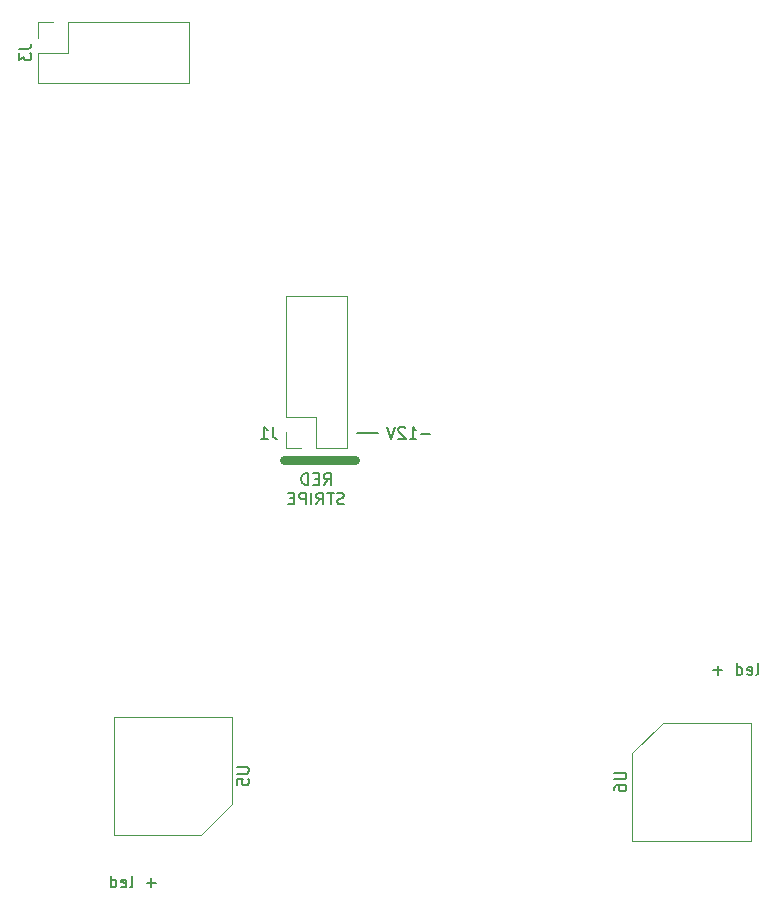
<source format=gbo>
G04 #@! TF.GenerationSoftware,KiCad,Pcbnew,(5.0.0)*
G04 #@! TF.CreationDate,2018-11-19T16:02:45+01:00*
G04 #@! TF.ProjectId,Corona_mainBoard,436F726F6E615F6D61696E426F617264,1*
G04 #@! TF.SameCoordinates,Original*
G04 #@! TF.FileFunction,Legend,Bot*
G04 #@! TF.FilePolarity,Positive*
%FSLAX46Y46*%
G04 Gerber Fmt 4.6, Leading zero omitted, Abs format (unit mm)*
G04 Created by KiCad (PCBNEW (5.0.0)) date 11/19/18 16:02:45*
%MOMM*%
%LPD*%
G01*
G04 APERTURE LIST*
%ADD10C,0.150000*%
%ADD11C,0.200000*%
%ADD12C,0.800000*%
%ADD13C,0.120000*%
G04 APERTURE END LIST*
D10*
X15664404Y-96571428D02*
X14902500Y-96571428D01*
X15283452Y-96952380D02*
X15283452Y-96190476D01*
X13521547Y-96952380D02*
X13616785Y-96904761D01*
X13664404Y-96809523D01*
X13664404Y-95952380D01*
X12759642Y-96904761D02*
X12854880Y-96952380D01*
X13045357Y-96952380D01*
X13140595Y-96904761D01*
X13188214Y-96809523D01*
X13188214Y-96428571D01*
X13140595Y-96333333D01*
X13045357Y-96285714D01*
X12854880Y-96285714D01*
X12759642Y-96333333D01*
X12712023Y-96428571D01*
X12712023Y-96523809D01*
X13188214Y-96619047D01*
X11854880Y-96952380D02*
X11854880Y-95952380D01*
X11854880Y-96904761D02*
X11950119Y-96952380D01*
X12140595Y-96952380D01*
X12235833Y-96904761D01*
X12283452Y-96857142D01*
X12331071Y-96761904D01*
X12331071Y-96476190D01*
X12283452Y-96380952D01*
X12235833Y-96333333D01*
X12140595Y-96285714D01*
X11950119Y-96285714D01*
X11854880Y-96333333D01*
X66521547Y-78952380D02*
X66616785Y-78904761D01*
X66664404Y-78809523D01*
X66664404Y-77952380D01*
X65759642Y-78904761D02*
X65854880Y-78952380D01*
X66045357Y-78952380D01*
X66140595Y-78904761D01*
X66188214Y-78809523D01*
X66188214Y-78428571D01*
X66140595Y-78333333D01*
X66045357Y-78285714D01*
X65854880Y-78285714D01*
X65759642Y-78333333D01*
X65712023Y-78428571D01*
X65712023Y-78523809D01*
X66188214Y-78619047D01*
X64854880Y-78952380D02*
X64854880Y-77952380D01*
X64854880Y-78904761D02*
X64950119Y-78952380D01*
X65140595Y-78952380D01*
X65235833Y-78904761D01*
X65283452Y-78857142D01*
X65331071Y-78761904D01*
X65331071Y-78476190D01*
X65283452Y-78380952D01*
X65235833Y-78333333D01*
X65140595Y-78285714D01*
X64950119Y-78285714D01*
X64854880Y-78333333D01*
X63616785Y-78571428D02*
X62854880Y-78571428D01*
X63235833Y-78952380D02*
X63235833Y-78190476D01*
D11*
X32722000Y-58500000D02*
X34500000Y-58500000D01*
D10*
X38919904Y-58571428D02*
X38158000Y-58571428D01*
X37158000Y-58952380D02*
X37729428Y-58952380D01*
X37443714Y-58952380D02*
X37443714Y-57952380D01*
X37538952Y-58095238D01*
X37634190Y-58190476D01*
X37729428Y-58238095D01*
X36777047Y-58047619D02*
X36729428Y-58000000D01*
X36634190Y-57952380D01*
X36396095Y-57952380D01*
X36300857Y-58000000D01*
X36253238Y-58047619D01*
X36205619Y-58142857D01*
X36205619Y-58238095D01*
X36253238Y-58380952D01*
X36824666Y-58952380D01*
X36205619Y-58952380D01*
X35919904Y-57952380D02*
X35586571Y-58952380D01*
X35253238Y-57952380D01*
X29892857Y-62877380D02*
X30226190Y-62401190D01*
X30464285Y-62877380D02*
X30464285Y-61877380D01*
X30083333Y-61877380D01*
X29988095Y-61925000D01*
X29940476Y-61972619D01*
X29892857Y-62067857D01*
X29892857Y-62210714D01*
X29940476Y-62305952D01*
X29988095Y-62353571D01*
X30083333Y-62401190D01*
X30464285Y-62401190D01*
X29464285Y-62353571D02*
X29130952Y-62353571D01*
X28988095Y-62877380D02*
X29464285Y-62877380D01*
X29464285Y-61877380D01*
X28988095Y-61877380D01*
X28559523Y-62877380D02*
X28559523Y-61877380D01*
X28321428Y-61877380D01*
X28178571Y-61925000D01*
X28083333Y-62020238D01*
X28035714Y-62115476D01*
X27988095Y-62305952D01*
X27988095Y-62448809D01*
X28035714Y-62639285D01*
X28083333Y-62734523D01*
X28178571Y-62829761D01*
X28321428Y-62877380D01*
X28559523Y-62877380D01*
X31607142Y-64479761D02*
X31464285Y-64527380D01*
X31226190Y-64527380D01*
X31130952Y-64479761D01*
X31083333Y-64432142D01*
X31035714Y-64336904D01*
X31035714Y-64241666D01*
X31083333Y-64146428D01*
X31130952Y-64098809D01*
X31226190Y-64051190D01*
X31416666Y-64003571D01*
X31511904Y-63955952D01*
X31559523Y-63908333D01*
X31607142Y-63813095D01*
X31607142Y-63717857D01*
X31559523Y-63622619D01*
X31511904Y-63575000D01*
X31416666Y-63527380D01*
X31178571Y-63527380D01*
X31035714Y-63575000D01*
X30750000Y-63527380D02*
X30178571Y-63527380D01*
X30464285Y-64527380D02*
X30464285Y-63527380D01*
X29273809Y-64527380D02*
X29607142Y-64051190D01*
X29845238Y-64527380D02*
X29845238Y-63527380D01*
X29464285Y-63527380D01*
X29369047Y-63575000D01*
X29321428Y-63622619D01*
X29273809Y-63717857D01*
X29273809Y-63860714D01*
X29321428Y-63955952D01*
X29369047Y-64003571D01*
X29464285Y-64051190D01*
X29845238Y-64051190D01*
X28845238Y-64527380D02*
X28845238Y-63527380D01*
X28369047Y-64527380D02*
X28369047Y-63527380D01*
X27988095Y-63527380D01*
X27892857Y-63575000D01*
X27845238Y-63622619D01*
X27797619Y-63717857D01*
X27797619Y-63860714D01*
X27845238Y-63955952D01*
X27892857Y-64003571D01*
X27988095Y-64051190D01*
X28369047Y-64051190D01*
X27369047Y-64003571D02*
X27035714Y-64003571D01*
X26892857Y-64527380D02*
X27369047Y-64527380D01*
X27369047Y-63527380D01*
X26892857Y-63527380D01*
D12*
X26500000Y-60750000D02*
X32500000Y-60750000D01*
D13*
G04 #@! TO.C,U5*
X22110000Y-82490000D02*
X22110000Y-89930000D01*
X22110000Y-89930000D02*
X19530000Y-92510000D01*
X19530000Y-92510000D02*
X12090000Y-92510000D01*
X12090000Y-92510000D02*
X12090000Y-82490000D01*
X12090000Y-82490000D02*
X22110000Y-82490000D01*
G04 #@! TO.C,U6*
X56030000Y-93010000D02*
X56030000Y-85570000D01*
X56030000Y-85570000D02*
X58610000Y-82990000D01*
X58610000Y-82990000D02*
X66050000Y-82990000D01*
X66050000Y-82990000D02*
X66050000Y-93010000D01*
X66050000Y-93010000D02*
X56030000Y-93010000D01*
G04 #@! TO.C,J1*
X26670000Y-46913000D02*
X31870000Y-46913000D01*
X26670000Y-57133000D02*
X26670000Y-46913000D01*
X31870000Y-59733000D02*
X31870000Y-46913000D01*
X26670000Y-57133000D02*
X29270000Y-57133000D01*
X29270000Y-57133000D02*
X29270000Y-59733000D01*
X29270000Y-59733000D02*
X31870000Y-59733000D01*
X26670000Y-58403000D02*
X26670000Y-59733000D01*
X26670000Y-59733000D02*
X28000000Y-59733000D01*
G04 #@! TO.C,J3*
X5670000Y-23670000D02*
X5670000Y-25000000D01*
X7000000Y-23670000D02*
X5670000Y-23670000D01*
X5670000Y-26270000D02*
X5670000Y-28870000D01*
X8270000Y-26270000D02*
X5670000Y-26270000D01*
X8270000Y-23670000D02*
X8270000Y-26270000D01*
X5670000Y-28870000D02*
X18490000Y-28870000D01*
X8270000Y-23670000D02*
X18490000Y-23670000D01*
X18490000Y-23670000D02*
X18490000Y-28870000D01*
G04 #@! TO.C,U5*
D10*
X22552380Y-86738095D02*
X23361904Y-86738095D01*
X23457142Y-86785714D01*
X23504761Y-86833333D01*
X23552380Y-86928571D01*
X23552380Y-87119047D01*
X23504761Y-87214285D01*
X23457142Y-87261904D01*
X23361904Y-87309523D01*
X22552380Y-87309523D01*
X22552380Y-88261904D02*
X22552380Y-87785714D01*
X23028571Y-87738095D01*
X22980952Y-87785714D01*
X22933333Y-87880952D01*
X22933333Y-88119047D01*
X22980952Y-88214285D01*
X23028571Y-88261904D01*
X23123809Y-88309523D01*
X23361904Y-88309523D01*
X23457142Y-88261904D01*
X23504761Y-88214285D01*
X23552380Y-88119047D01*
X23552380Y-87880952D01*
X23504761Y-87785714D01*
X23457142Y-87738095D01*
G04 #@! TO.C,U6*
X54492380Y-87238095D02*
X55301904Y-87238095D01*
X55397142Y-87285714D01*
X55444761Y-87333333D01*
X55492380Y-87428571D01*
X55492380Y-87619047D01*
X55444761Y-87714285D01*
X55397142Y-87761904D01*
X55301904Y-87809523D01*
X54492380Y-87809523D01*
X54492380Y-88714285D02*
X54492380Y-88523809D01*
X54540000Y-88428571D01*
X54587619Y-88380952D01*
X54730476Y-88285714D01*
X54920952Y-88238095D01*
X55301904Y-88238095D01*
X55397142Y-88285714D01*
X55444761Y-88333333D01*
X55492380Y-88428571D01*
X55492380Y-88619047D01*
X55444761Y-88714285D01*
X55397142Y-88761904D01*
X55301904Y-88809523D01*
X55063809Y-88809523D01*
X54968571Y-88761904D01*
X54920952Y-88714285D01*
X54873333Y-88619047D01*
X54873333Y-88428571D01*
X54920952Y-88333333D01*
X54968571Y-88285714D01*
X55063809Y-88238095D01*
G04 #@! TO.C,J1*
X25583333Y-57952380D02*
X25583333Y-58666666D01*
X25630952Y-58809523D01*
X25726190Y-58904761D01*
X25869047Y-58952380D01*
X25964285Y-58952380D01*
X24583333Y-58952380D02*
X25154761Y-58952380D01*
X24869047Y-58952380D02*
X24869047Y-57952380D01*
X24964285Y-58095238D01*
X25059523Y-58190476D01*
X25154761Y-58238095D01*
G04 #@! TO.C,J3*
X4122380Y-25936666D02*
X4836666Y-25936666D01*
X4979523Y-25889047D01*
X5074761Y-25793809D01*
X5122380Y-25650952D01*
X5122380Y-25555714D01*
X4122380Y-26317619D02*
X4122380Y-26936666D01*
X4503333Y-26603333D01*
X4503333Y-26746190D01*
X4550952Y-26841428D01*
X4598571Y-26889047D01*
X4693809Y-26936666D01*
X4931904Y-26936666D01*
X5027142Y-26889047D01*
X5074761Y-26841428D01*
X5122380Y-26746190D01*
X5122380Y-26460476D01*
X5074761Y-26365238D01*
X5027142Y-26317619D01*
G04 #@! TD*
M02*

</source>
